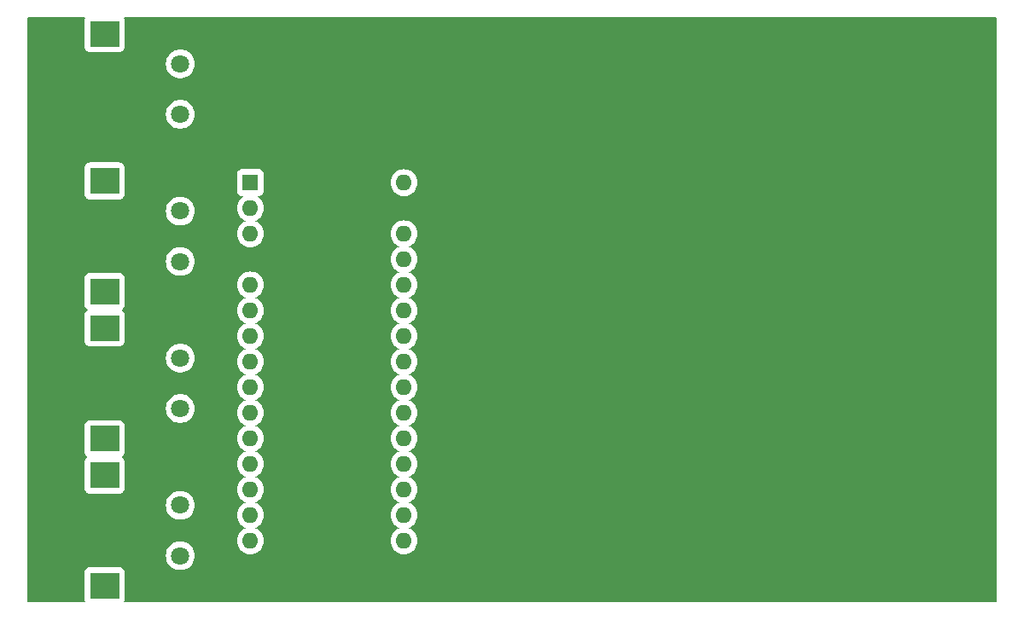
<source format=gbr>
%TF.GenerationSoftware,KiCad,Pcbnew,8.0.2*%
%TF.CreationDate,2024-10-18T13:00:14-07:00*%
%TF.ProjectId,ArmLEDsPrototype,41726d4c-4544-4735-9072-6f746f747970,rev?*%
%TF.SameCoordinates,Original*%
%TF.FileFunction,Copper,L2,Bot*%
%TF.FilePolarity,Positive*%
%FSLAX46Y46*%
G04 Gerber Fmt 4.6, Leading zero omitted, Abs format (unit mm)*
G04 Created by KiCad (PCBNEW 8.0.2) date 2024-10-18 13:00:14*
%MOMM*%
%LPD*%
G01*
G04 APERTURE LIST*
%TA.AperFunction,ComponentPad*%
%ADD10C,1.800000*%
%TD*%
%TA.AperFunction,ComponentPad*%
%ADD11R,2.900000X2.600000*%
%TD*%
%TA.AperFunction,ComponentPad*%
%ADD12R,1.600000X1.600000*%
%TD*%
%TA.AperFunction,ComponentPad*%
%ADD13O,1.600000X1.600000*%
%TD*%
%TA.AperFunction,ViaPad*%
%ADD14C,0.609600*%
%TD*%
%TA.AperFunction,ViaPad*%
%ADD15C,0.600000*%
%TD*%
G04 APERTURE END LIST*
D10*
%TO.P,SW3,A,A*%
%TO.N,/Controller/Input3A*%
X95675000Y-114260000D03*
%TO.P,SW3,B,B*%
%TO.N,/Controller/Input3B*%
X95675000Y-109260000D03*
%TO.P,SW3,C,C*%
%TO.N,GND*%
X95675000Y-111760000D03*
D11*
%TO.P,SW3,S1*%
%TO.N,N/C*%
X88175000Y-117260000D03*
%TO.P,SW3,S2*%
X88175000Y-106260000D03*
%TD*%
D10*
%TO.P,SW1,A,A*%
%TO.N,/Controller/Input1A*%
X95675000Y-85050000D03*
%TO.P,SW1,B,B*%
%TO.N,/Controller/Input1B*%
X95675000Y-80050000D03*
%TO.P,SW1,C,C*%
%TO.N,GND*%
X95675000Y-82550000D03*
D11*
%TO.P,SW1,S1,S1*%
X88175000Y-88050000D03*
%TO.P,SW1,S2,S2*%
%TO.N,/Controller/InputS*%
X88175000Y-77050000D03*
%TD*%
D12*
%TO.P,A1,1,TX1*%
%TO.N,unconnected-(A1-TX1-Pad1)*%
X102630000Y-91825000D03*
D13*
%TO.P,A1,2,RX1*%
%TO.N,/Controller/InputS*%
X102630000Y-94365000D03*
%TO.P,A1,3,~{RESET}*%
%TO.N,unconnected-(A1-~{RESET}-Pad3)*%
X102630000Y-96905000D03*
%TO.P,A1,4,GND*%
%TO.N,GND*%
X102630000Y-99445000D03*
%TO.P,A1,5,D2*%
%TO.N,/Controller/Input1B*%
X102630000Y-101985000D03*
%TO.P,A1,6,D3*%
%TO.N,/Controller/Input1A*%
X102630000Y-104525000D03*
%TO.P,A1,7,D4*%
%TO.N,/Controller/Input2B*%
X102630000Y-107065000D03*
%TO.P,A1,8,D5*%
%TO.N,/Controller/Input2A*%
X102630000Y-109605000D03*
%TO.P,A1,9,D6*%
%TO.N,/Controller/Input3B*%
X102630000Y-112145000D03*
%TO.P,A1,10,D7*%
%TO.N,/Controller/Input3A*%
X102630000Y-114685000D03*
%TO.P,A1,11,D8*%
%TO.N,/Controller/Input4B*%
X102630000Y-117225000D03*
%TO.P,A1,12,D9*%
%TO.N,/Controller/Input4A*%
X102630000Y-119765000D03*
%TO.P,A1,13,D10*%
%TO.N,/LED_S*%
X102630000Y-122305000D03*
%TO.P,A1,14,MOSI*%
%TO.N,unconnected-(A1-MOSI-Pad14)*%
X102630000Y-124845000D03*
%TO.P,A1,15,MISO*%
%TO.N,unconnected-(A1-MISO-Pad15)*%
X102630000Y-127385000D03*
%TO.P,A1,16,SCK*%
%TO.N,unconnected-(A1-SCK-Pad16)*%
X117870000Y-127385000D03*
%TO.P,A1,17,3V3*%
%TO.N,+3.3V*%
X117870000Y-124845000D03*
%TO.P,A1,18,AREF*%
%TO.N,Net-(A1-AREF)*%
X117870000Y-122305000D03*
%TO.P,A1,19,A0*%
%TO.N,Net-(A1-A0)*%
X117870000Y-119765000D03*
%TO.P,A1,20,A1*%
%TO.N,Net-(A1-A1)*%
X117870000Y-117225000D03*
%TO.P,A1,21,A2*%
%TO.N,Net-(A1-A2)*%
X117870000Y-114685000D03*
%TO.P,A1,22,A3*%
%TO.N,Net-(A1-A3)*%
X117870000Y-112145000D03*
%TO.P,A1,23,SDA/A4*%
%TO.N,Net-(A1-SDA{slash}A4)*%
X117870000Y-109605000D03*
%TO.P,A1,24,SCL/A5*%
%TO.N,Net-(A1-SCL{slash}A5)*%
X117870000Y-107065000D03*
%TO.P,A1,25,A6*%
%TO.N,Net-(A1-A6)*%
X117870000Y-104525000D03*
%TO.P,A1,26,A7*%
%TO.N,Net-(A1-A7)*%
X117870000Y-101985000D03*
%TO.P,A1,27,+5V*%
%TO.N,unconnected-(A1-+5V-Pad27)*%
X117870000Y-99445000D03*
%TO.P,A1,28,~{RESET}*%
%TO.N,unconnected-(A1-~{RESET}-Pad28)*%
X117870000Y-96905000D03*
%TO.P,A1,29,GND*%
%TO.N,GND*%
X117870000Y-94365000D03*
%TO.P,A1,30,VIN*%
%TO.N,/5V#3*%
X117870000Y-91825000D03*
%TD*%
D10*
%TO.P,SW4,A,A*%
%TO.N,/Controller/Input4A*%
X95675000Y-128865000D03*
%TO.P,SW4,B,B*%
%TO.N,/Controller/Input4B*%
X95675000Y-123865000D03*
%TO.P,SW4,C,C*%
%TO.N,GND*%
X95675000Y-126365000D03*
D11*
%TO.P,SW4,S1*%
%TO.N,N/C*%
X88175000Y-131865000D03*
%TO.P,SW4,S2*%
X88175000Y-120865000D03*
%TD*%
D10*
%TO.P,SW2,A,A*%
%TO.N,/Controller/Input2A*%
X95675000Y-99655000D03*
%TO.P,SW2,B,B*%
%TO.N,/Controller/Input2B*%
X95675000Y-94655000D03*
%TO.P,SW2,C,C*%
%TO.N,GND*%
X95675000Y-97155000D03*
D11*
%TO.P,SW2,S1*%
%TO.N,N/C*%
X88175000Y-102655000D03*
%TO.P,SW2,S2*%
X88175000Y-91655000D03*
%TD*%
D14*
%TO.N,GND*%
X142875000Y-82042000D03*
D15*
X123952000Y-90297000D03*
X141224000Y-90297000D03*
D14*
X156591000Y-83312000D03*
X127254000Y-82042000D03*
D15*
X125603000Y-82042000D03*
X121666000Y-89789000D03*
X140081000Y-82550000D03*
D14*
X138938000Y-89789000D03*
D15*
X157734000Y-90297000D03*
X123571000Y-82550000D03*
D14*
X123190000Y-89789000D03*
D15*
X156972000Y-90297000D03*
X158623000Y-82042000D03*
D14*
X140081000Y-83312000D03*
D15*
X142113000Y-82042000D03*
D14*
X122428000Y-89789000D03*
X159385000Y-82042000D03*
D15*
X156591000Y-82550000D03*
D14*
X156210000Y-89789000D03*
D15*
X154686000Y-89789000D03*
D14*
X123571000Y-83312000D03*
D15*
X138176000Y-89789000D03*
D14*
X126365000Y-82042000D03*
D15*
X140462000Y-90297000D03*
D14*
X139700000Y-89789000D03*
X143764000Y-82042000D03*
D15*
X124714000Y-90297000D03*
D14*
X155448000Y-89789000D03*
X160274000Y-82042000D03*
%TD*%
%TA.AperFunction,Conductor*%
%TO.N,GND*%
G36*
X86244033Y-75444852D02*
G01*
X86258385Y-75479500D01*
X86254969Y-75497476D01*
X86205324Y-75623363D01*
X86195100Y-75708510D01*
X86195100Y-78391489D01*
X86205324Y-78476636D01*
X86205326Y-78476641D01*
X86258765Y-78612151D01*
X86346781Y-78728219D01*
X86462849Y-78816235D01*
X86598359Y-78869674D01*
X86598362Y-78869674D01*
X86598364Y-78869675D01*
X86598363Y-78869675D01*
X86683511Y-78879900D01*
X86683514Y-78879900D01*
X89666489Y-78879900D01*
X89751636Y-78869675D01*
X89751637Y-78869674D01*
X89751641Y-78869674D01*
X89887151Y-78816235D01*
X90003219Y-78728219D01*
X90091235Y-78612151D01*
X90144674Y-78476641D01*
X90154900Y-78391486D01*
X90154900Y-75708514D01*
X90154900Y-75708510D01*
X90144675Y-75623363D01*
X90144674Y-75623361D01*
X90144674Y-75623359D01*
X90095031Y-75497474D01*
X90095672Y-75459978D01*
X90122639Y-75433916D01*
X90140615Y-75430500D01*
X176615500Y-75430500D01*
X176650148Y-75444852D01*
X176664500Y-75479500D01*
X176664500Y-133435500D01*
X176650148Y-133470148D01*
X176615500Y-133484500D01*
X90140615Y-133484500D01*
X90105967Y-133470148D01*
X90091615Y-133435500D01*
X90095031Y-133417524D01*
X90144674Y-133291641D01*
X90154900Y-133206486D01*
X90154900Y-130523514D01*
X90154900Y-130523510D01*
X90144675Y-130438363D01*
X90144674Y-130438361D01*
X90144674Y-130438359D01*
X90091235Y-130302849D01*
X90003219Y-130186781D01*
X89887151Y-130098765D01*
X89751641Y-130045326D01*
X89751639Y-130045325D01*
X89751635Y-130045324D01*
X89751636Y-130045324D01*
X89666489Y-130035100D01*
X89666486Y-130035100D01*
X86683514Y-130035100D01*
X86683511Y-130035100D01*
X86598363Y-130045324D01*
X86462849Y-130098765D01*
X86346781Y-130186781D01*
X86258765Y-130302849D01*
X86205324Y-130438363D01*
X86195100Y-130523510D01*
X86195100Y-133206489D01*
X86205324Y-133291636D01*
X86254969Y-133417524D01*
X86254328Y-133455022D01*
X86227361Y-133481084D01*
X86209385Y-133484500D01*
X80559500Y-133484500D01*
X80524852Y-133470148D01*
X80510500Y-133435500D01*
X80510500Y-128865000D01*
X94240199Y-128865000D01*
X94259768Y-129101160D01*
X94317941Y-129330881D01*
X94413128Y-129547887D01*
X94413135Y-129547899D01*
X94542738Y-129746271D01*
X94542740Y-129746273D01*
X94703236Y-129920617D01*
X94890238Y-130066167D01*
X94890245Y-130066171D01*
X94890247Y-130066172D01*
X95098639Y-130178948D01*
X95098641Y-130178948D01*
X95098647Y-130178952D01*
X95322777Y-130255896D01*
X95556515Y-130294900D01*
X95556518Y-130294900D01*
X95793482Y-130294900D01*
X95793485Y-130294900D01*
X96027223Y-130255896D01*
X96251353Y-130178952D01*
X96459762Y-130066167D01*
X96646764Y-129920617D01*
X96807260Y-129746273D01*
X96936870Y-129547890D01*
X97032060Y-129330879D01*
X97090232Y-129101160D01*
X97109801Y-128865000D01*
X97090232Y-128628840D01*
X97032060Y-128399121D01*
X96936870Y-128182110D01*
X96936868Y-128182107D01*
X96936864Y-128182100D01*
X96807261Y-127983728D01*
X96646767Y-127809386D01*
X96646766Y-127809385D01*
X96646764Y-127809383D01*
X96459762Y-127663833D01*
X96459759Y-127663831D01*
X96459752Y-127663827D01*
X96251360Y-127551051D01*
X96251354Y-127551048D01*
X96251353Y-127551048D01*
X96233392Y-127544882D01*
X96027224Y-127474104D01*
X95968788Y-127464353D01*
X95793485Y-127435100D01*
X95556515Y-127435100D01*
X95416272Y-127458502D01*
X95322775Y-127474104D01*
X95098649Y-127551047D01*
X95098639Y-127551051D01*
X94890247Y-127663827D01*
X94890239Y-127663832D01*
X94703232Y-127809386D01*
X94542738Y-127983728D01*
X94413135Y-128182100D01*
X94413128Y-128182112D01*
X94317941Y-128399118D01*
X94259768Y-128628839D01*
X94240199Y-128865000D01*
X80510500Y-128865000D01*
X80510500Y-123865000D01*
X94240199Y-123865000D01*
X94259768Y-124101160D01*
X94279102Y-124177511D01*
X94317941Y-124330881D01*
X94413128Y-124547887D01*
X94413135Y-124547899D01*
X94542738Y-124746271D01*
X94542740Y-124746273D01*
X94703236Y-124920617D01*
X94890238Y-125066167D01*
X94890245Y-125066171D01*
X94890247Y-125066172D01*
X95098639Y-125178948D01*
X95098641Y-125178948D01*
X95098647Y-125178952D01*
X95322777Y-125255896D01*
X95556515Y-125294900D01*
X95556518Y-125294900D01*
X95793482Y-125294900D01*
X95793485Y-125294900D01*
X96027223Y-125255896D01*
X96251353Y-125178952D01*
X96459762Y-125066167D01*
X96646764Y-124920617D01*
X96807260Y-124746273D01*
X96936870Y-124547890D01*
X97032060Y-124330879D01*
X97090232Y-124101160D01*
X97109801Y-123865000D01*
X97090232Y-123628840D01*
X97032060Y-123399121D01*
X96936870Y-123182110D01*
X96936868Y-123182107D01*
X96936864Y-123182100D01*
X96807261Y-122983728D01*
X96646767Y-122809386D01*
X96646766Y-122809385D01*
X96646764Y-122809383D01*
X96459762Y-122663833D01*
X96459759Y-122663831D01*
X96459752Y-122663827D01*
X96251360Y-122551051D01*
X96251354Y-122551048D01*
X96251353Y-122551048D01*
X96209900Y-122536817D01*
X96027224Y-122474104D01*
X95968788Y-122464353D01*
X95793485Y-122435100D01*
X95556515Y-122435100D01*
X95416272Y-122458502D01*
X95322775Y-122474104D01*
X95098649Y-122551047D01*
X95098639Y-122551051D01*
X94890247Y-122663827D01*
X94890239Y-122663832D01*
X94703232Y-122809386D01*
X94542738Y-122983728D01*
X94413135Y-123182100D01*
X94413128Y-123182112D01*
X94317941Y-123399118D01*
X94269470Y-123590529D01*
X94259768Y-123628840D01*
X94240199Y-123865000D01*
X80510500Y-123865000D01*
X80510500Y-115918510D01*
X86195100Y-115918510D01*
X86195100Y-118601489D01*
X86205324Y-118686636D01*
X86205326Y-118686641D01*
X86258765Y-118822151D01*
X86346781Y-118938219D01*
X86380199Y-118963560D01*
X86459184Y-119023457D01*
X86478120Y-119055828D01*
X86468619Y-119092108D01*
X86459184Y-119101543D01*
X86346783Y-119186779D01*
X86258765Y-119302849D01*
X86205324Y-119438363D01*
X86195100Y-119523510D01*
X86195100Y-122206489D01*
X86205324Y-122291636D01*
X86205326Y-122291641D01*
X86258765Y-122427151D01*
X86346781Y-122543219D01*
X86462849Y-122631235D01*
X86598359Y-122684674D01*
X86598362Y-122684674D01*
X86598364Y-122684675D01*
X86598363Y-122684675D01*
X86683511Y-122694900D01*
X86683514Y-122694900D01*
X89666489Y-122694900D01*
X89751636Y-122684675D01*
X89751637Y-122684674D01*
X89751641Y-122684674D01*
X89887151Y-122631235D01*
X90003219Y-122543219D01*
X90091235Y-122427151D01*
X90144674Y-122291641D01*
X90154900Y-122206486D01*
X90154900Y-119523514D01*
X90154900Y-119523510D01*
X90144675Y-119438363D01*
X90144674Y-119438361D01*
X90144674Y-119438359D01*
X90091235Y-119302849D01*
X90003219Y-119186781D01*
X89890814Y-119101543D01*
X89871879Y-119069172D01*
X89881379Y-119032892D01*
X89890814Y-119023457D01*
X90003219Y-118938219D01*
X90091235Y-118822151D01*
X90144674Y-118686641D01*
X90154013Y-118608878D01*
X90154900Y-118601489D01*
X90154900Y-115918510D01*
X90144675Y-115833363D01*
X90144674Y-115833361D01*
X90144674Y-115833359D01*
X90091235Y-115697849D01*
X90003219Y-115581781D01*
X89887151Y-115493765D01*
X89751641Y-115440326D01*
X89751639Y-115440325D01*
X89751635Y-115440324D01*
X89751636Y-115440324D01*
X89666489Y-115430100D01*
X89666486Y-115430100D01*
X86683514Y-115430100D01*
X86683511Y-115430100D01*
X86598363Y-115440324D01*
X86462849Y-115493765D01*
X86346781Y-115581781D01*
X86258765Y-115697849D01*
X86205324Y-115833363D01*
X86195100Y-115918510D01*
X80510500Y-115918510D01*
X80510500Y-114260000D01*
X94240199Y-114260000D01*
X94259768Y-114496160D01*
X94307588Y-114685000D01*
X94317941Y-114725881D01*
X94413128Y-114942887D01*
X94413135Y-114942899D01*
X94542738Y-115141271D01*
X94542740Y-115141273D01*
X94703236Y-115315617D01*
X94890238Y-115461167D01*
X94890245Y-115461171D01*
X94890247Y-115461172D01*
X95098639Y-115573948D01*
X95098641Y-115573948D01*
X95098647Y-115573952D01*
X95322777Y-115650896D01*
X95556515Y-115689900D01*
X95556518Y-115689900D01*
X95793482Y-115689900D01*
X95793485Y-115689900D01*
X96027223Y-115650896D01*
X96251353Y-115573952D01*
X96459762Y-115461167D01*
X96646764Y-115315617D01*
X96807260Y-115141273D01*
X96936870Y-114942890D01*
X97032060Y-114725879D01*
X97090232Y-114496160D01*
X97109801Y-114260000D01*
X97090232Y-114023840D01*
X97032060Y-113794121D01*
X96936870Y-113577110D01*
X96936868Y-113577107D01*
X96936864Y-113577100D01*
X96807261Y-113378728D01*
X96646767Y-113204386D01*
X96646766Y-113204385D01*
X96646764Y-113204383D01*
X96459762Y-113058833D01*
X96459759Y-113058831D01*
X96459752Y-113058827D01*
X96251360Y-112946051D01*
X96251354Y-112946048D01*
X96251353Y-112946048D01*
X96233392Y-112939882D01*
X96027224Y-112869104D01*
X95968788Y-112859353D01*
X95793485Y-112830100D01*
X95556515Y-112830100D01*
X95416272Y-112853502D01*
X95322775Y-112869104D01*
X95098649Y-112946047D01*
X95098639Y-112946051D01*
X94890247Y-113058827D01*
X94890239Y-113058832D01*
X94703232Y-113204386D01*
X94542738Y-113378728D01*
X94413135Y-113577100D01*
X94413128Y-113577112D01*
X94317941Y-113794118D01*
X94317940Y-113794121D01*
X94289616Y-113905970D01*
X94261371Y-114017511D01*
X94259768Y-114023840D01*
X94240199Y-114260000D01*
X80510500Y-114260000D01*
X80510500Y-109260000D01*
X94240199Y-109260000D01*
X94259768Y-109496160D01*
X94317941Y-109725881D01*
X94413128Y-109942887D01*
X94413135Y-109942899D01*
X94542738Y-110141271D01*
X94663543Y-110272500D01*
X94703236Y-110315617D01*
X94890238Y-110461167D01*
X94890245Y-110461171D01*
X94890247Y-110461172D01*
X95098639Y-110573948D01*
X95098641Y-110573948D01*
X95098647Y-110573952D01*
X95322777Y-110650896D01*
X95556515Y-110689900D01*
X95556518Y-110689900D01*
X95793482Y-110689900D01*
X95793485Y-110689900D01*
X96027223Y-110650896D01*
X96251353Y-110573952D01*
X96459762Y-110461167D01*
X96646764Y-110315617D01*
X96807260Y-110141273D01*
X96936870Y-109942890D01*
X97032060Y-109725879D01*
X97090232Y-109496160D01*
X97109801Y-109260000D01*
X97090232Y-109023840D01*
X97032060Y-108794121D01*
X96936870Y-108577110D01*
X96936868Y-108577107D01*
X96936864Y-108577100D01*
X96807261Y-108378728D01*
X96646767Y-108204386D01*
X96646766Y-108204385D01*
X96646764Y-108204383D01*
X96459762Y-108058833D01*
X96459759Y-108058831D01*
X96459752Y-108058827D01*
X96251360Y-107946051D01*
X96251354Y-107946048D01*
X96251353Y-107946048D01*
X96184517Y-107923103D01*
X96027224Y-107869104D01*
X95968788Y-107859353D01*
X95793485Y-107830100D01*
X95556515Y-107830100D01*
X95416272Y-107853502D01*
X95322775Y-107869104D01*
X95098649Y-107946047D01*
X95098639Y-107946051D01*
X94890247Y-108058827D01*
X94890239Y-108058832D01*
X94703232Y-108204386D01*
X94542738Y-108378728D01*
X94413135Y-108577100D01*
X94413128Y-108577112D01*
X94317941Y-108794118D01*
X94259768Y-109023839D01*
X94240199Y-109260000D01*
X80510500Y-109260000D01*
X80510500Y-101313510D01*
X86195100Y-101313510D01*
X86195100Y-103996489D01*
X86205324Y-104081636D01*
X86205326Y-104081641D01*
X86258765Y-104217151D01*
X86346781Y-104333219D01*
X86380199Y-104358560D01*
X86459184Y-104418457D01*
X86478120Y-104450828D01*
X86468619Y-104487108D01*
X86459184Y-104496543D01*
X86346783Y-104581779D01*
X86258765Y-104697849D01*
X86205324Y-104833363D01*
X86195100Y-104918510D01*
X86195100Y-107601489D01*
X86205324Y-107686636D01*
X86205326Y-107686641D01*
X86258765Y-107822151D01*
X86346781Y-107938219D01*
X86462849Y-108026235D01*
X86598359Y-108079674D01*
X86598362Y-108079674D01*
X86598364Y-108079675D01*
X86598363Y-108079675D01*
X86683511Y-108089900D01*
X86683514Y-108089900D01*
X89666489Y-108089900D01*
X89751636Y-108079675D01*
X89751637Y-108079674D01*
X89751641Y-108079674D01*
X89887151Y-108026235D01*
X90003219Y-107938219D01*
X90091235Y-107822151D01*
X90144674Y-107686641D01*
X90154900Y-107601486D01*
X90154900Y-104918514D01*
X90154900Y-104918510D01*
X90144675Y-104833363D01*
X90144674Y-104833361D01*
X90144674Y-104833359D01*
X90091235Y-104697849D01*
X90003219Y-104581781D01*
X89890814Y-104496543D01*
X89871879Y-104464172D01*
X89881379Y-104427892D01*
X89890814Y-104418457D01*
X90003219Y-104333219D01*
X90091235Y-104217151D01*
X90144674Y-104081641D01*
X90154900Y-103996486D01*
X90154900Y-101985000D01*
X101295020Y-101985000D01*
X101315301Y-102216819D01*
X101315302Y-102216825D01*
X101375526Y-102441582D01*
X101375528Y-102441587D01*
X101473871Y-102652488D01*
X101473878Y-102652500D01*
X101607341Y-102843103D01*
X101607347Y-102843110D01*
X101771889Y-103007652D01*
X101771896Y-103007658D01*
X101962499Y-103141121D01*
X101962511Y-103141128D01*
X102111476Y-103210591D01*
X102136813Y-103238241D01*
X102135177Y-103275708D01*
X102111476Y-103299409D01*
X101962511Y-103368871D01*
X101962499Y-103368878D01*
X101771896Y-103502341D01*
X101771889Y-103502347D01*
X101607347Y-103666889D01*
X101607341Y-103666896D01*
X101473878Y-103857499D01*
X101473871Y-103857511D01*
X101375528Y-104068412D01*
X101375526Y-104068417D01*
X101315302Y-104293174D01*
X101315301Y-104293180D01*
X101295020Y-104525000D01*
X101315301Y-104756819D01*
X101315302Y-104756825D01*
X101375526Y-104981582D01*
X101375528Y-104981587D01*
X101473871Y-105192488D01*
X101473878Y-105192500D01*
X101607341Y-105383103D01*
X101607347Y-105383110D01*
X101771889Y-105547652D01*
X101771896Y-105547658D01*
X101962499Y-105681121D01*
X101962511Y-105681128D01*
X102111476Y-105750591D01*
X102136813Y-105778241D01*
X102135177Y-105815708D01*
X102111476Y-105839409D01*
X101962511Y-105908871D01*
X101962499Y-105908878D01*
X101771896Y-106042341D01*
X101771889Y-106042347D01*
X101607347Y-106206889D01*
X101607341Y-106206896D01*
X101473878Y-106397499D01*
X101473871Y-106397511D01*
X101375528Y-106608412D01*
X101375526Y-106608417D01*
X101315302Y-106833174D01*
X101315301Y-106833180D01*
X101295020Y-107065000D01*
X101315301Y-107296819D01*
X101315302Y-107296825D01*
X101375526Y-107521582D01*
X101375528Y-107521587D01*
X101473871Y-107732488D01*
X101473878Y-107732500D01*
X101607341Y-107923103D01*
X101607347Y-107923110D01*
X101771889Y-108087652D01*
X101771896Y-108087658D01*
X101962499Y-108221121D01*
X101962511Y-108221128D01*
X102111476Y-108290591D01*
X102136813Y-108318241D01*
X102135177Y-108355708D01*
X102111476Y-108379409D01*
X101962511Y-108448871D01*
X101962499Y-108448878D01*
X101771896Y-108582341D01*
X101771889Y-108582347D01*
X101607347Y-108746889D01*
X101607341Y-108746896D01*
X101473878Y-108937499D01*
X101473871Y-108937511D01*
X101375528Y-109148412D01*
X101375526Y-109148417D01*
X101315302Y-109373174D01*
X101315301Y-109373180D01*
X101295020Y-109605000D01*
X101315301Y-109836819D01*
X101315302Y-109836825D01*
X101375526Y-110061582D01*
X101375528Y-110061587D01*
X101473871Y-110272488D01*
X101473878Y-110272500D01*
X101607341Y-110463103D01*
X101607347Y-110463110D01*
X101771889Y-110627652D01*
X101771896Y-110627658D01*
X101962499Y-110761121D01*
X101962511Y-110761128D01*
X102111476Y-110830591D01*
X102136813Y-110858241D01*
X102135177Y-110895708D01*
X102111476Y-110919409D01*
X101962511Y-110988871D01*
X101962499Y-110988878D01*
X101771896Y-111122341D01*
X101771889Y-111122347D01*
X101607347Y-111286889D01*
X101607341Y-111286896D01*
X101473878Y-111477499D01*
X101473871Y-111477511D01*
X101375528Y-111688412D01*
X101375526Y-111688417D01*
X101315302Y-111913174D01*
X101315301Y-111913180D01*
X101295020Y-112145000D01*
X101315301Y-112376819D01*
X101315302Y-112376825D01*
X101375526Y-112601582D01*
X101375528Y-112601587D01*
X101473871Y-112812488D01*
X101473878Y-112812500D01*
X101607341Y-113003103D01*
X101607347Y-113003110D01*
X101771889Y-113167652D01*
X101771896Y-113167658D01*
X101962499Y-113301121D01*
X101962511Y-113301128D01*
X102111476Y-113370591D01*
X102136813Y-113398241D01*
X102135177Y-113435708D01*
X102111476Y-113459409D01*
X101962511Y-113528871D01*
X101962499Y-113528878D01*
X101771896Y-113662341D01*
X101771889Y-113662347D01*
X101607347Y-113826889D01*
X101607341Y-113826896D01*
X101473878Y-114017499D01*
X101473871Y-114017511D01*
X101375528Y-114228412D01*
X101375526Y-114228417D01*
X101315302Y-114453174D01*
X101315301Y-114453180D01*
X101295020Y-114685000D01*
X101315301Y-114916819D01*
X101315302Y-114916825D01*
X101375526Y-115141582D01*
X101375528Y-115141587D01*
X101473871Y-115352488D01*
X101473878Y-115352500D01*
X101607341Y-115543103D01*
X101607347Y-115543110D01*
X101771889Y-115707652D01*
X101771896Y-115707658D01*
X101962499Y-115841121D01*
X101962511Y-115841128D01*
X102111476Y-115910591D01*
X102136813Y-115938241D01*
X102135177Y-115975708D01*
X102111476Y-115999409D01*
X101962511Y-116068871D01*
X101962499Y-116068878D01*
X101771896Y-116202341D01*
X101771889Y-116202347D01*
X101607347Y-116366889D01*
X101607341Y-116366896D01*
X101473878Y-116557499D01*
X101473871Y-116557511D01*
X101375528Y-116768412D01*
X101375526Y-116768417D01*
X101315302Y-116993174D01*
X101315301Y-116993180D01*
X101295020Y-117225000D01*
X101315301Y-117456819D01*
X101315302Y-117456825D01*
X101375526Y-117681582D01*
X101375528Y-117681587D01*
X101473871Y-117892488D01*
X101473878Y-117892500D01*
X101607341Y-118083103D01*
X101607347Y-118083110D01*
X101771889Y-118247652D01*
X101771896Y-118247658D01*
X101962499Y-118381121D01*
X101962511Y-118381128D01*
X102111476Y-118450591D01*
X102136813Y-118478241D01*
X102135177Y-118515708D01*
X102111476Y-118539409D01*
X101962511Y-118608871D01*
X101962499Y-118608878D01*
X101771896Y-118742341D01*
X101771889Y-118742347D01*
X101607347Y-118906889D01*
X101607341Y-118906896D01*
X101473878Y-119097499D01*
X101473871Y-119097511D01*
X101375528Y-119308412D01*
X101375526Y-119308417D01*
X101315302Y-119533174D01*
X101315301Y-119533180D01*
X101295020Y-119765000D01*
X101315301Y-119996819D01*
X101315302Y-119996825D01*
X101375526Y-120221582D01*
X101375528Y-120221587D01*
X101473871Y-120432488D01*
X101473878Y-120432500D01*
X101607341Y-120623103D01*
X101607347Y-120623110D01*
X101771889Y-120787652D01*
X101771896Y-120787658D01*
X101962499Y-120921121D01*
X101962511Y-120921128D01*
X102111476Y-120990591D01*
X102136813Y-121018241D01*
X102135177Y-121055708D01*
X102111476Y-121079409D01*
X101962511Y-121148871D01*
X101962499Y-121148878D01*
X101771896Y-121282341D01*
X101771889Y-121282347D01*
X101607347Y-121446889D01*
X101607341Y-121446896D01*
X101473878Y-121637499D01*
X101473871Y-121637511D01*
X101375528Y-121848412D01*
X101375526Y-121848417D01*
X101315302Y-122073174D01*
X101315301Y-122073180D01*
X101295020Y-122305000D01*
X101315301Y-122536819D01*
X101315302Y-122536825D01*
X101375526Y-122761582D01*
X101375528Y-122761587D01*
X101473871Y-122972488D01*
X101473878Y-122972500D01*
X101607341Y-123163103D01*
X101607347Y-123163110D01*
X101771889Y-123327652D01*
X101771896Y-123327658D01*
X101962499Y-123461121D01*
X101962511Y-123461128D01*
X102111476Y-123530591D01*
X102136813Y-123558241D01*
X102135177Y-123595708D01*
X102111476Y-123619409D01*
X101962511Y-123688871D01*
X101962499Y-123688878D01*
X101771896Y-123822341D01*
X101771889Y-123822347D01*
X101607347Y-123986889D01*
X101607341Y-123986896D01*
X101473878Y-124177499D01*
X101473871Y-124177511D01*
X101375528Y-124388412D01*
X101375526Y-124388417D01*
X101315302Y-124613174D01*
X101315301Y-124613180D01*
X101295020Y-124845000D01*
X101315301Y-125076819D01*
X101315302Y-125076825D01*
X101375526Y-125301582D01*
X101375528Y-125301587D01*
X101473871Y-125512488D01*
X101473878Y-125512500D01*
X101607341Y-125703103D01*
X101607347Y-125703110D01*
X101771889Y-125867652D01*
X101771896Y-125867658D01*
X101962499Y-126001121D01*
X101962511Y-126001128D01*
X102111476Y-126070591D01*
X102136813Y-126098241D01*
X102135177Y-126135708D01*
X102111476Y-126159409D01*
X101962511Y-126228871D01*
X101962499Y-126228878D01*
X101771896Y-126362341D01*
X101771889Y-126362347D01*
X101607347Y-126526889D01*
X101607341Y-126526896D01*
X101473878Y-126717499D01*
X101473871Y-126717511D01*
X101375528Y-126928412D01*
X101375526Y-126928417D01*
X101315302Y-127153174D01*
X101315301Y-127153180D01*
X101295020Y-127385000D01*
X101315301Y-127616819D01*
X101315302Y-127616825D01*
X101375526Y-127841582D01*
X101375528Y-127841587D01*
X101473871Y-128052488D01*
X101473878Y-128052500D01*
X101607341Y-128243103D01*
X101607347Y-128243110D01*
X101771889Y-128407652D01*
X101771896Y-128407658D01*
X101962499Y-128541121D01*
X101962511Y-128541128D01*
X102039272Y-128576922D01*
X102173410Y-128639471D01*
X102173416Y-128639472D01*
X102173417Y-128639473D01*
X102398174Y-128699697D01*
X102398178Y-128699697D01*
X102398183Y-128699699D01*
X102630000Y-128719980D01*
X102861817Y-128699699D01*
X102861823Y-128699697D01*
X102861825Y-128699697D01*
X102974203Y-128669585D01*
X103086590Y-128639471D01*
X103297490Y-128541127D01*
X103297491Y-128541126D01*
X103297500Y-128541121D01*
X103488103Y-128407658D01*
X103488109Y-128407654D01*
X103652654Y-128243109D01*
X103695373Y-128182100D01*
X103786121Y-128052500D01*
X103786128Y-128052488D01*
X103818191Y-127983728D01*
X103884471Y-127841590D01*
X103944699Y-127616817D01*
X103964980Y-127385000D01*
X103944699Y-127153183D01*
X103884471Y-126928410D01*
X103821922Y-126794272D01*
X103786128Y-126717511D01*
X103786121Y-126717499D01*
X103652658Y-126526896D01*
X103652652Y-126526889D01*
X103488110Y-126362347D01*
X103488103Y-126362341D01*
X103297500Y-126228878D01*
X103297488Y-126228871D01*
X103176932Y-126172656D01*
X103148522Y-126159408D01*
X103123186Y-126131759D01*
X103124822Y-126094292D01*
X103148522Y-126070591D01*
X103297490Y-126001127D01*
X103297491Y-126001126D01*
X103297500Y-126001121D01*
X103488103Y-125867658D01*
X103488109Y-125867654D01*
X103652654Y-125703109D01*
X103674978Y-125671225D01*
X103786121Y-125512500D01*
X103786128Y-125512488D01*
X103790647Y-125502795D01*
X103884471Y-125301590D01*
X103944699Y-125076817D01*
X103964980Y-124845000D01*
X103944699Y-124613183D01*
X103884471Y-124388410D01*
X103821922Y-124254272D01*
X103786128Y-124177511D01*
X103786121Y-124177499D01*
X103652658Y-123986896D01*
X103652652Y-123986889D01*
X103488110Y-123822347D01*
X103488103Y-123822341D01*
X103297500Y-123688878D01*
X103297488Y-123688871D01*
X103168746Y-123628839D01*
X103148522Y-123619408D01*
X103123186Y-123591759D01*
X103124822Y-123554292D01*
X103148522Y-123530591D01*
X103297490Y-123461127D01*
X103297491Y-123461126D01*
X103297500Y-123461121D01*
X103488103Y-123327658D01*
X103488109Y-123327654D01*
X103652654Y-123163109D01*
X103674978Y-123131225D01*
X103786121Y-122972500D01*
X103786128Y-122972488D01*
X103790647Y-122962795D01*
X103884471Y-122761590D01*
X103944699Y-122536817D01*
X103964980Y-122305000D01*
X103944699Y-122073183D01*
X103884471Y-121848410D01*
X103821922Y-121714272D01*
X103786128Y-121637511D01*
X103786121Y-121637499D01*
X103652658Y-121446896D01*
X103652652Y-121446889D01*
X103488110Y-121282347D01*
X103488103Y-121282341D01*
X103297500Y-121148878D01*
X103297488Y-121148871D01*
X103176932Y-121092656D01*
X103148522Y-121079408D01*
X103123186Y-121051759D01*
X103124822Y-121014292D01*
X103148522Y-120990591D01*
X103297490Y-120921127D01*
X103297491Y-120921126D01*
X103297500Y-120921121D01*
X103488103Y-120787658D01*
X103488109Y-120787654D01*
X103652654Y-120623109D01*
X103674978Y-120591225D01*
X103786121Y-120432500D01*
X103786128Y-120432488D01*
X103790647Y-120422795D01*
X103884471Y-120221590D01*
X103944699Y-119996817D01*
X103964980Y-119765000D01*
X103944699Y-119533183D01*
X103942108Y-119523514D01*
X103884473Y-119308417D01*
X103884472Y-119308416D01*
X103884471Y-119308410D01*
X103821922Y-119174272D01*
X103786128Y-119097511D01*
X103786121Y-119097499D01*
X103652658Y-118906896D01*
X103652652Y-118906889D01*
X103488110Y-118742347D01*
X103488103Y-118742341D01*
X103297500Y-118608878D01*
X103297488Y-118608871D01*
X103176932Y-118552656D01*
X103148522Y-118539408D01*
X103123186Y-118511759D01*
X103124822Y-118474292D01*
X103148522Y-118450591D01*
X103297490Y-118381127D01*
X103297491Y-118381126D01*
X103297500Y-118381121D01*
X103488103Y-118247658D01*
X103488109Y-118247654D01*
X103652654Y-118083109D01*
X103674978Y-118051225D01*
X103786121Y-117892500D01*
X103786128Y-117892488D01*
X103790647Y-117882795D01*
X103884471Y-117681590D01*
X103944699Y-117456817D01*
X103964980Y-117225000D01*
X103944699Y-116993183D01*
X103884471Y-116768410D01*
X103821922Y-116634272D01*
X103786128Y-116557511D01*
X103786121Y-116557499D01*
X103652658Y-116366896D01*
X103652652Y-116366889D01*
X103488110Y-116202347D01*
X103488103Y-116202341D01*
X103297500Y-116068878D01*
X103297488Y-116068871D01*
X103176932Y-116012656D01*
X103148522Y-115999408D01*
X103123186Y-115971759D01*
X103124822Y-115934292D01*
X103148522Y-115910591D01*
X103297490Y-115841127D01*
X103297491Y-115841126D01*
X103297500Y-115841121D01*
X103488103Y-115707658D01*
X103488109Y-115707654D01*
X103652654Y-115543109D01*
X103710027Y-115461172D01*
X103786121Y-115352500D01*
X103786128Y-115352488D01*
X103803323Y-115315613D01*
X103884471Y-115141590D01*
X103944699Y-114916817D01*
X103964980Y-114685000D01*
X103944699Y-114453183D01*
X103884471Y-114228410D01*
X103789079Y-114023840D01*
X103786128Y-114017511D01*
X103786121Y-114017499D01*
X103652658Y-113826896D01*
X103652652Y-113826889D01*
X103488110Y-113662347D01*
X103488103Y-113662341D01*
X103297500Y-113528878D01*
X103297488Y-113528871D01*
X103176932Y-113472656D01*
X103148522Y-113459408D01*
X103123186Y-113431759D01*
X103124822Y-113394292D01*
X103148522Y-113370591D01*
X103297490Y-113301127D01*
X103297491Y-113301126D01*
X103297500Y-113301121D01*
X103488103Y-113167658D01*
X103488109Y-113167654D01*
X103652654Y-113003109D01*
X103674978Y-112971225D01*
X103786121Y-112812500D01*
X103786128Y-112812488D01*
X103790647Y-112802795D01*
X103884471Y-112601590D01*
X103944699Y-112376817D01*
X103964980Y-112145000D01*
X103944699Y-111913183D01*
X103884471Y-111688410D01*
X103821922Y-111554272D01*
X103786128Y-111477511D01*
X103786121Y-111477499D01*
X103652658Y-111286896D01*
X103652652Y-111286889D01*
X103488110Y-111122347D01*
X103488103Y-111122341D01*
X103297500Y-110988878D01*
X103297488Y-110988871D01*
X103176932Y-110932656D01*
X103148522Y-110919408D01*
X103123186Y-110891759D01*
X103124822Y-110854292D01*
X103148522Y-110830591D01*
X103297490Y-110761127D01*
X103297491Y-110761126D01*
X103297500Y-110761121D01*
X103488103Y-110627658D01*
X103488109Y-110627654D01*
X103652654Y-110463109D01*
X103674978Y-110431225D01*
X103786121Y-110272500D01*
X103786128Y-110272488D01*
X103790647Y-110262795D01*
X103884471Y-110061590D01*
X103944699Y-109836817D01*
X103964980Y-109605000D01*
X103944699Y-109373183D01*
X103884471Y-109148410D01*
X103821922Y-109014272D01*
X103786128Y-108937511D01*
X103786121Y-108937499D01*
X103652658Y-108746896D01*
X103652652Y-108746889D01*
X103488110Y-108582347D01*
X103488103Y-108582341D01*
X103297500Y-108448878D01*
X103297488Y-108448871D01*
X103176932Y-108392656D01*
X103148522Y-108379408D01*
X103123186Y-108351759D01*
X103124822Y-108314292D01*
X103148522Y-108290591D01*
X103297490Y-108221127D01*
X103297491Y-108221126D01*
X103297500Y-108221121D01*
X103488103Y-108087658D01*
X103488109Y-108087654D01*
X103652654Y-107923109D01*
X103723346Y-107822151D01*
X103786121Y-107732500D01*
X103786128Y-107732488D01*
X103790647Y-107722795D01*
X103884471Y-107521590D01*
X103944699Y-107296817D01*
X103964980Y-107065000D01*
X103944699Y-106833183D01*
X103884471Y-106608410D01*
X103821922Y-106474272D01*
X103786128Y-106397511D01*
X103786121Y-106397499D01*
X103652658Y-106206896D01*
X103652652Y-106206889D01*
X103488110Y-106042347D01*
X103488103Y-106042341D01*
X103297500Y-105908878D01*
X103297488Y-105908871D01*
X103176932Y-105852656D01*
X103148522Y-105839408D01*
X103123186Y-105811759D01*
X103124822Y-105774292D01*
X103148522Y-105750591D01*
X103297490Y-105681127D01*
X103297491Y-105681126D01*
X103297500Y-105681121D01*
X103488103Y-105547658D01*
X103488109Y-105547654D01*
X103652654Y-105383109D01*
X103674978Y-105351225D01*
X103786121Y-105192500D01*
X103786128Y-105192488D01*
X103790647Y-105182795D01*
X103884471Y-104981590D01*
X103914585Y-104869203D01*
X103944697Y-104756825D01*
X103944698Y-104756819D01*
X103944699Y-104756817D01*
X103964980Y-104525000D01*
X103944699Y-104293183D01*
X103924326Y-104217151D01*
X103884473Y-104068417D01*
X103884472Y-104068416D01*
X103884471Y-104068410D01*
X103821922Y-103934272D01*
X103786128Y-103857511D01*
X103786121Y-103857499D01*
X103652658Y-103666896D01*
X103652652Y-103666889D01*
X103488110Y-103502347D01*
X103488103Y-103502341D01*
X103297500Y-103368878D01*
X103297488Y-103368871D01*
X103176932Y-103312656D01*
X103148522Y-103299408D01*
X103123186Y-103271759D01*
X103124822Y-103234292D01*
X103148522Y-103210591D01*
X103297490Y-103141127D01*
X103297491Y-103141126D01*
X103297500Y-103141121D01*
X103488103Y-103007658D01*
X103488109Y-103007654D01*
X103652654Y-102843109D01*
X103674978Y-102811225D01*
X103786121Y-102652500D01*
X103786128Y-102652488D01*
X103790647Y-102642795D01*
X103884471Y-102441590D01*
X103944699Y-102216817D01*
X103964980Y-101985000D01*
X103944699Y-101753183D01*
X103884471Y-101528410D01*
X103821922Y-101394272D01*
X103786128Y-101317511D01*
X103786121Y-101317499D01*
X103652658Y-101126896D01*
X103652652Y-101126889D01*
X103488110Y-100962347D01*
X103488103Y-100962341D01*
X103297500Y-100828878D01*
X103297488Y-100828871D01*
X103097696Y-100735708D01*
X103086590Y-100730529D01*
X103086587Y-100730528D01*
X103086582Y-100730526D01*
X102861825Y-100670302D01*
X102861819Y-100670301D01*
X102630000Y-100650020D01*
X102398180Y-100670301D01*
X102398174Y-100670302D01*
X102173417Y-100730526D01*
X102173412Y-100730528D01*
X101962511Y-100828871D01*
X101962499Y-100828878D01*
X101771896Y-100962341D01*
X101771889Y-100962347D01*
X101607347Y-101126889D01*
X101607341Y-101126896D01*
X101473878Y-101317499D01*
X101473871Y-101317511D01*
X101375528Y-101528412D01*
X101375526Y-101528417D01*
X101315302Y-101753174D01*
X101315301Y-101753180D01*
X101295020Y-101985000D01*
X90154900Y-101985000D01*
X90154900Y-101313514D01*
X90154900Y-101313510D01*
X90144675Y-101228363D01*
X90144674Y-101228361D01*
X90144674Y-101228359D01*
X90091235Y-101092849D01*
X90003219Y-100976781D01*
X89887151Y-100888765D01*
X89751641Y-100835326D01*
X89751639Y-100835325D01*
X89751635Y-100835324D01*
X89751636Y-100835324D01*
X89666489Y-100825100D01*
X89666486Y-100825100D01*
X86683514Y-100825100D01*
X86683511Y-100825100D01*
X86598363Y-100835324D01*
X86462849Y-100888765D01*
X86346781Y-100976781D01*
X86258765Y-101092849D01*
X86205324Y-101228363D01*
X86195100Y-101313510D01*
X80510500Y-101313510D01*
X80510500Y-99655000D01*
X94240199Y-99655000D01*
X94259768Y-99891160D01*
X94315818Y-100112500D01*
X94317941Y-100120881D01*
X94413128Y-100337887D01*
X94413135Y-100337899D01*
X94542738Y-100536271D01*
X94688207Y-100694292D01*
X94703236Y-100710617D01*
X94890238Y-100856167D01*
X94890245Y-100856171D01*
X94890247Y-100856172D01*
X95098639Y-100968948D01*
X95098641Y-100968948D01*
X95098647Y-100968952D01*
X95322777Y-101045896D01*
X95556515Y-101084900D01*
X95556518Y-101084900D01*
X95793482Y-101084900D01*
X95793485Y-101084900D01*
X96027223Y-101045896D01*
X96251353Y-100968952D01*
X96459762Y-100856167D01*
X96646764Y-100710617D01*
X96807260Y-100536273D01*
X96936870Y-100337890D01*
X97032060Y-100120879D01*
X97090232Y-99891160D01*
X97109801Y-99655000D01*
X97090232Y-99418840D01*
X97032060Y-99189121D01*
X96936870Y-98972110D01*
X96936868Y-98972107D01*
X96936864Y-98972100D01*
X96807261Y-98773728D01*
X96646767Y-98599386D01*
X96646766Y-98599385D01*
X96646764Y-98599383D01*
X96459762Y-98453833D01*
X96459759Y-98453831D01*
X96459752Y-98453827D01*
X96251360Y-98341051D01*
X96251354Y-98341048D01*
X96251353Y-98341048D01*
X96233392Y-98334882D01*
X96027224Y-98264104D01*
X95968788Y-98254353D01*
X95793485Y-98225100D01*
X95556515Y-98225100D01*
X95416272Y-98248502D01*
X95322775Y-98264104D01*
X95098649Y-98341047D01*
X95098639Y-98341051D01*
X94890247Y-98453827D01*
X94890239Y-98453832D01*
X94703232Y-98599386D01*
X94542738Y-98773728D01*
X94413135Y-98972100D01*
X94413128Y-98972112D01*
X94317941Y-99189118D01*
X94317940Y-99189121D01*
X94259768Y-99418840D01*
X94240199Y-99655000D01*
X80510500Y-99655000D01*
X80510500Y-94655000D01*
X94240199Y-94655000D01*
X94259768Y-94891160D01*
X94317941Y-95120881D01*
X94413128Y-95337887D01*
X94413135Y-95337899D01*
X94542738Y-95536271D01*
X94647920Y-95650529D01*
X94703236Y-95710617D01*
X94890238Y-95856167D01*
X94890245Y-95856171D01*
X94890247Y-95856172D01*
X95098639Y-95968948D01*
X95098641Y-95968948D01*
X95098647Y-95968952D01*
X95322777Y-96045896D01*
X95556515Y-96084900D01*
X95556518Y-96084900D01*
X95793482Y-96084900D01*
X95793485Y-96084900D01*
X96027223Y-96045896D01*
X96251353Y-95968952D01*
X96459762Y-95856167D01*
X96646764Y-95710617D01*
X96807260Y-95536273D01*
X96936870Y-95337890D01*
X97032060Y-95120879D01*
X97090232Y-94891160D01*
X97109801Y-94655000D01*
X97090232Y-94418840D01*
X97076598Y-94365000D01*
X101295020Y-94365000D01*
X101315301Y-94596819D01*
X101315302Y-94596825D01*
X101375526Y-94821582D01*
X101375528Y-94821587D01*
X101473871Y-95032488D01*
X101473878Y-95032500D01*
X101607341Y-95223103D01*
X101607347Y-95223110D01*
X101771889Y-95387652D01*
X101771896Y-95387658D01*
X101962499Y-95521121D01*
X101962511Y-95521128D01*
X102111476Y-95590591D01*
X102136813Y-95618241D01*
X102135177Y-95655708D01*
X102111476Y-95679409D01*
X101962511Y-95748871D01*
X101962499Y-95748878D01*
X101771896Y-95882341D01*
X101771889Y-95882347D01*
X101607347Y-96046889D01*
X101607341Y-96046896D01*
X101473878Y-96237499D01*
X101473871Y-96237511D01*
X101375528Y-96448412D01*
X101375526Y-96448417D01*
X101315302Y-96673174D01*
X101315301Y-96673180D01*
X101295020Y-96905000D01*
X101315301Y-97136819D01*
X101315302Y-97136825D01*
X101375526Y-97361582D01*
X101375528Y-97361587D01*
X101473871Y-97572488D01*
X101473878Y-97572500D01*
X101607341Y-97763103D01*
X101607347Y-97763110D01*
X101771889Y-97927652D01*
X101771896Y-97927658D01*
X101962499Y-98061121D01*
X101962511Y-98061128D01*
X102039272Y-98096922D01*
X102173410Y-98159471D01*
X102173416Y-98159472D01*
X102173417Y-98159473D01*
X102398174Y-98219697D01*
X102398178Y-98219697D01*
X102398183Y-98219699D01*
X102630000Y-98239980D01*
X102861817Y-98219699D01*
X102861823Y-98219697D01*
X102861825Y-98219697D01*
X103028635Y-98175000D01*
X103086590Y-98159471D01*
X103297490Y-98061127D01*
X103297491Y-98061126D01*
X103297500Y-98061121D01*
X103488103Y-97927658D01*
X103488109Y-97927654D01*
X103652654Y-97763109D01*
X103674978Y-97731225D01*
X103786121Y-97572500D01*
X103786128Y-97572488D01*
X103790647Y-97562795D01*
X103884471Y-97361590D01*
X103944699Y-97136817D01*
X103964980Y-96905000D01*
X116535020Y-96905000D01*
X116555301Y-97136819D01*
X116555302Y-97136825D01*
X116615526Y-97361582D01*
X116615528Y-97361587D01*
X116713871Y-97572488D01*
X116713878Y-97572500D01*
X116847341Y-97763103D01*
X116847347Y-97763110D01*
X117011889Y-97927652D01*
X117011896Y-97927658D01*
X117202499Y-98061121D01*
X117202511Y-98061128D01*
X117351476Y-98130591D01*
X117376813Y-98158241D01*
X117375177Y-98195708D01*
X117351476Y-98219409D01*
X117202511Y-98288871D01*
X117202499Y-98288878D01*
X117011896Y-98422341D01*
X117011889Y-98422347D01*
X116847347Y-98586889D01*
X116847341Y-98586896D01*
X116713878Y-98777499D01*
X116713871Y-98777511D01*
X116615528Y-98988412D01*
X116615526Y-98988417D01*
X116555302Y-99213174D01*
X116555301Y-99213180D01*
X116535020Y-99445000D01*
X116555301Y-99676819D01*
X116555302Y-99676825D01*
X116615526Y-99901582D01*
X116615528Y-99901587D01*
X116713871Y-100112488D01*
X116713878Y-100112500D01*
X116847341Y-100303103D01*
X116847347Y-100303110D01*
X117011889Y-100467652D01*
X117011896Y-100467658D01*
X117202499Y-100601121D01*
X117202511Y-100601128D01*
X117351476Y-100670591D01*
X117376813Y-100698241D01*
X117375177Y-100735708D01*
X117351476Y-100759409D01*
X117202511Y-100828871D01*
X117202499Y-100828878D01*
X117011896Y-100962341D01*
X117011889Y-100962347D01*
X116847347Y-101126889D01*
X116847341Y-101126896D01*
X116713878Y-101317499D01*
X116713871Y-101317511D01*
X116615528Y-101528412D01*
X116615526Y-101528417D01*
X116555302Y-101753174D01*
X116555301Y-101753180D01*
X116535020Y-101985000D01*
X116555301Y-102216819D01*
X116555302Y-102216825D01*
X116615526Y-102441582D01*
X116615528Y-102441587D01*
X116713871Y-102652488D01*
X116713878Y-102652500D01*
X116847341Y-102843103D01*
X116847347Y-102843110D01*
X117011889Y-103007652D01*
X117011896Y-103007658D01*
X117202499Y-103141121D01*
X117202511Y-103141128D01*
X117351476Y-103210591D01*
X117376813Y-103238241D01*
X117375177Y-103275708D01*
X117351476Y-103299409D01*
X117202511Y-103368871D01*
X117202499Y-103368878D01*
X117011896Y-103502341D01*
X117011889Y-103502347D01*
X116847347Y-103666889D01*
X116847341Y-103666896D01*
X116713878Y-103857499D01*
X116713871Y-103857511D01*
X116615528Y-104068412D01*
X116615526Y-104068417D01*
X116555302Y-104293174D01*
X116555301Y-104293180D01*
X116535020Y-104525000D01*
X116555301Y-104756819D01*
X116555302Y-104756825D01*
X116615526Y-104981582D01*
X116615528Y-104981587D01*
X116713871Y-105192488D01*
X116713878Y-105192500D01*
X116847341Y-105383103D01*
X116847347Y-105383110D01*
X117011889Y-105547652D01*
X117011896Y-105547658D01*
X117202499Y-105681121D01*
X117202511Y-105681128D01*
X117351476Y-105750591D01*
X117376813Y-105778241D01*
X117375177Y-105815708D01*
X117351476Y-105839409D01*
X117202511Y-105908871D01*
X117202499Y-105908878D01*
X117011896Y-106042341D01*
X117011889Y-106042347D01*
X116847347Y-106206889D01*
X116847341Y-106206896D01*
X116713878Y-106397499D01*
X116713871Y-106397511D01*
X116615528Y-106608412D01*
X116615526Y-106608417D01*
X116555302Y-106833174D01*
X116555301Y-106833180D01*
X116535020Y-107065000D01*
X116555301Y-107296819D01*
X116555302Y-107296825D01*
X116615526Y-107521582D01*
X116615528Y-107521587D01*
X116713871Y-107732488D01*
X116713878Y-107732500D01*
X116847341Y-107923103D01*
X116847347Y-107923110D01*
X117011889Y-108087652D01*
X117011896Y-108087658D01*
X117202499Y-108221121D01*
X117202511Y-108221128D01*
X117351476Y-108290591D01*
X117376813Y-108318241D01*
X117375177Y-108355708D01*
X117351476Y-108379409D01*
X117202511Y-108448871D01*
X117202499Y-108448878D01*
X117011896Y-108582341D01*
X117011889Y-108582347D01*
X116847347Y-108746889D01*
X116847341Y-108746896D01*
X116713878Y-108937499D01*
X116713871Y-108937511D01*
X116615528Y-109148412D01*
X116615526Y-109148417D01*
X116555302Y-109373174D01*
X116555301Y-109373180D01*
X116535020Y-109605000D01*
X116555301Y-109836819D01*
X116555302Y-109836825D01*
X116615526Y-110061582D01*
X116615528Y-110061587D01*
X116713871Y-110272488D01*
X116713878Y-110272500D01*
X116847341Y-110463103D01*
X116847347Y-110463110D01*
X117011889Y-110627652D01*
X117011896Y-110627658D01*
X117202499Y-110761121D01*
X117202511Y-110761128D01*
X117351476Y-110830591D01*
X117376813Y-110858241D01*
X117375177Y-110895708D01*
X117351476Y-110919409D01*
X117202511Y-110988871D01*
X117202499Y-110988878D01*
X117011896Y-111122341D01*
X117011889Y-111122347D01*
X116847347Y-111286889D01*
X116847341Y-111286896D01*
X116713878Y-111477499D01*
X116713871Y-111477511D01*
X116615528Y-111688412D01*
X116615526Y-111688417D01*
X116555302Y-111913174D01*
X116555301Y-111913180D01*
X116535020Y-112145000D01*
X116555301Y-112376819D01*
X116555302Y-112376825D01*
X116615526Y-112601582D01*
X116615528Y-112601587D01*
X116713871Y-112812488D01*
X116713878Y-112812500D01*
X116847341Y-113003103D01*
X116847347Y-113003110D01*
X117011889Y-113167652D01*
X117011896Y-113167658D01*
X117202499Y-113301121D01*
X117202511Y-113301128D01*
X117351476Y-113370591D01*
X117376813Y-113398241D01*
X117375177Y-113435708D01*
X117351476Y-113459409D01*
X117202511Y-113528871D01*
X117202499Y-113528878D01*
X117011896Y-113662341D01*
X117011889Y-113662347D01*
X116847347Y-113826889D01*
X116847341Y-113826896D01*
X116713878Y-114017499D01*
X116713871Y-114017511D01*
X116615528Y-114228412D01*
X116615526Y-114228417D01*
X116555302Y-114453174D01*
X116555301Y-114453180D01*
X116535020Y-114685000D01*
X116555301Y-114916819D01*
X116555302Y-114916825D01*
X116615526Y-115141582D01*
X116615528Y-115141587D01*
X116713871Y-115352488D01*
X116713878Y-115352500D01*
X116847341Y-115543103D01*
X116847347Y-115543110D01*
X117011889Y-115707652D01*
X117011896Y-115707658D01*
X117202499Y-115841121D01*
X117202511Y-115841128D01*
X117351476Y-115910591D01*
X117376813Y-115938241D01*
X117375177Y-115975708D01*
X117351476Y-115999409D01*
X117202511Y-116068871D01*
X117202499Y-116068878D01*
X117011896Y-116202341D01*
X117011889Y-116202347D01*
X116847347Y-116366889D01*
X116847341Y-116366896D01*
X116713878Y-116557499D01*
X116713871Y-116557511D01*
X116615528Y-116768412D01*
X116615526Y-116768417D01*
X116555302Y-116993174D01*
X116555301Y-116993180D01*
X116535020Y-117225000D01*
X116555301Y-117456819D01*
X116555302Y-117456825D01*
X116615526Y-117681582D01*
X116615528Y-117681587D01*
X116713871Y-117892488D01*
X116713878Y-117892500D01*
X116847341Y-118083103D01*
X116847347Y-118083110D01*
X117011889Y-118247652D01*
X117011896Y-118247658D01*
X117202499Y-118381121D01*
X117202511Y-118381128D01*
X117351476Y-118450591D01*
X117376813Y-118478241D01*
X117375177Y-118515708D01*
X117351476Y-118539409D01*
X117202511Y-118608871D01*
X117202499Y-118608878D01*
X117011896Y-118742341D01*
X117011889Y-118742347D01*
X116847347Y-118906889D01*
X116847341Y-118906896D01*
X116713878Y-119097499D01*
X116713871Y-119097511D01*
X116615528Y-119308412D01*
X116615526Y-119308417D01*
X116555302Y-119533174D01*
X116555301Y-119533180D01*
X116535020Y-119765000D01*
X116555301Y-119996819D01*
X116555302Y-119996825D01*
X116615526Y-120221582D01*
X116615528Y-120221587D01*
X116713871Y-120432488D01*
X116713878Y-120432500D01*
X116847341Y-120623103D01*
X116847347Y-120623110D01*
X117011889Y-120787652D01*
X117011896Y-120787658D01*
X117202499Y-120921121D01*
X117202511Y-120921128D01*
X117351476Y-120990591D01*
X117376813Y-121018241D01*
X117375177Y-121055708D01*
X117351476Y-121079409D01*
X117202511Y-121148871D01*
X117202499Y-121148878D01*
X117011896Y-121282341D01*
X117011889Y-121282347D01*
X116847347Y-121446889D01*
X116847341Y-121446896D01*
X116713878Y-121637499D01*
X116713871Y-121637511D01*
X116615528Y-121848412D01*
X116615526Y-121848417D01*
X116555302Y-122073174D01*
X116555301Y-122073180D01*
X116535020Y-122305000D01*
X116555301Y-122536819D01*
X116555302Y-122536825D01*
X116615526Y-122761582D01*
X116615528Y-122761587D01*
X116713871Y-122972488D01*
X116713878Y-122972500D01*
X116847341Y-123163103D01*
X116847347Y-123163110D01*
X117011889Y-123327652D01*
X117011896Y-123327658D01*
X117202499Y-123461121D01*
X117202511Y-123461128D01*
X117351476Y-123530591D01*
X117376813Y-123558241D01*
X117375177Y-123595708D01*
X117351476Y-123619409D01*
X117202511Y-123688871D01*
X117202499Y-123688878D01*
X117011896Y-123822341D01*
X117011889Y-123822347D01*
X116847347Y-123986889D01*
X116847341Y-123986896D01*
X116713878Y-124177499D01*
X116713871Y-124177511D01*
X116615528Y-124388412D01*
X116615526Y-124388417D01*
X116555302Y-124613174D01*
X116555301Y-124613180D01*
X116535020Y-124845000D01*
X116555301Y-125076819D01*
X116555302Y-125076825D01*
X116615526Y-125301582D01*
X116615528Y-125301587D01*
X116713871Y-125512488D01*
X116713878Y-125512500D01*
X116847341Y-125703103D01*
X116847347Y-125703110D01*
X117011889Y-125867652D01*
X117011896Y-125867658D01*
X117202499Y-126001121D01*
X117202511Y-126001128D01*
X117351476Y-126070591D01*
X117376813Y-126098241D01*
X117375177Y-126135708D01*
X117351476Y-126159409D01*
X117202511Y-126228871D01*
X117202499Y-126228878D01*
X117011896Y-126362341D01*
X117011889Y-126362347D01*
X116847347Y-126526889D01*
X116847341Y-126526896D01*
X116713878Y-126717499D01*
X116713871Y-126717511D01*
X116615528Y-126928412D01*
X116615526Y-126928417D01*
X116555302Y-127153174D01*
X116555301Y-127153180D01*
X116535020Y-127385000D01*
X116555301Y-127616819D01*
X116555302Y-127616825D01*
X116615526Y-127841582D01*
X116615528Y-127841587D01*
X116713871Y-128052488D01*
X116713878Y-128052500D01*
X116847341Y-128243103D01*
X116847347Y-128243110D01*
X117011889Y-128407652D01*
X117011896Y-128407658D01*
X117202499Y-128541121D01*
X117202511Y-128541128D01*
X117279272Y-128576922D01*
X117413410Y-128639471D01*
X117413416Y-128639472D01*
X117413417Y-128639473D01*
X117638174Y-128699697D01*
X117638178Y-128699697D01*
X117638183Y-128699699D01*
X117870000Y-128719980D01*
X118101817Y-128699699D01*
X118101823Y-128699697D01*
X118101825Y-128699697D01*
X118214203Y-128669585D01*
X118326590Y-128639471D01*
X118537490Y-128541127D01*
X118537491Y-128541126D01*
X118537500Y-128541121D01*
X118728103Y-128407658D01*
X118728109Y-128407654D01*
X118892654Y-128243109D01*
X118935373Y-128182100D01*
X119026121Y-128052500D01*
X119026128Y-128052488D01*
X119058191Y-127983728D01*
X119124471Y-127841590D01*
X119184699Y-127616817D01*
X119204980Y-127385000D01*
X119184699Y-127153183D01*
X119124471Y-126928410D01*
X119061922Y-126794272D01*
X119026128Y-126717511D01*
X119026121Y-126717499D01*
X118892658Y-126526896D01*
X118892652Y-126526889D01*
X118728110Y-126362347D01*
X118728103Y-126362341D01*
X118537500Y-126228878D01*
X118537488Y-126228871D01*
X118416932Y-126172656D01*
X118388522Y-126159408D01*
X118363186Y-126131759D01*
X118364822Y-126094292D01*
X118388522Y-126070591D01*
X118537490Y-126001127D01*
X118537491Y-126001126D01*
X118537500Y-126001121D01*
X118728103Y-125867658D01*
X118728109Y-125867654D01*
X118892654Y-125703109D01*
X118914978Y-125671225D01*
X119026121Y-125512500D01*
X119026128Y-125512488D01*
X119030647Y-125502795D01*
X119124471Y-125301590D01*
X119184699Y-125076817D01*
X119204980Y-124845000D01*
X119184699Y-124613183D01*
X119124471Y-124388410D01*
X119061922Y-124254272D01*
X119026128Y-124177511D01*
X119026121Y-124177499D01*
X118892658Y-123986896D01*
X118892652Y-123986889D01*
X118728110Y-123822347D01*
X118728103Y-123822341D01*
X118537500Y-123688878D01*
X118537488Y-123688871D01*
X118408746Y-123628839D01*
X118388522Y-123619408D01*
X118363186Y-123591759D01*
X118364822Y-123554292D01*
X118388522Y-123530591D01*
X118537490Y-123461127D01*
X118537491Y-123461126D01*
X118537500Y-123461121D01*
X118728103Y-123327658D01*
X118728109Y-123327654D01*
X118892654Y-123163109D01*
X118914978Y-123131225D01*
X119026121Y-122972500D01*
X119026128Y-122972488D01*
X119030647Y-122962795D01*
X119124471Y-122761590D01*
X119184699Y-122536817D01*
X119204980Y-122305000D01*
X119184699Y-122073183D01*
X119124471Y-121848410D01*
X119061922Y-121714272D01*
X119026128Y-121637511D01*
X119026121Y-121637499D01*
X118892658Y-121446896D01*
X118892652Y-121446889D01*
X118728110Y-121282347D01*
X118728103Y-121282341D01*
X118537500Y-121148878D01*
X118537488Y-121148871D01*
X118416932Y-121092656D01*
X118388522Y-121079408D01*
X118363186Y-121051759D01*
X118364822Y-121014292D01*
X118388522Y-120990591D01*
X118537490Y-120921127D01*
X118537491Y-120921126D01*
X118537500Y-120921121D01*
X118728103Y-120787658D01*
X118728109Y-120787654D01*
X118892654Y-120623109D01*
X118914978Y-120591225D01*
X119026121Y-120432500D01*
X119026128Y-120432488D01*
X119030647Y-120422795D01*
X119124471Y-120221590D01*
X119184699Y-119996817D01*
X119204980Y-119765000D01*
X119184699Y-119533183D01*
X119182108Y-119523514D01*
X119124473Y-119308417D01*
X119124472Y-119308416D01*
X119124471Y-119308410D01*
X119061922Y-119174272D01*
X119026128Y-119097511D01*
X119026121Y-119097499D01*
X118892658Y-118906896D01*
X118892652Y-118906889D01*
X118728110Y-118742347D01*
X118728103Y-118742341D01*
X118537500Y-118608878D01*
X118537488Y-118608871D01*
X118416932Y-118552656D01*
X118388522Y-118539408D01*
X118363186Y-118511759D01*
X118364822Y-118474292D01*
X118388522Y-118450591D01*
X118537490Y-118381127D01*
X118537491Y-118381126D01*
X118537500Y-118381121D01*
X118728103Y-118247658D01*
X118728109Y-118247654D01*
X118892654Y-118083109D01*
X118914978Y-118051225D01*
X119026121Y-117892500D01*
X119026128Y-117892488D01*
X119030647Y-117882795D01*
X119124471Y-117681590D01*
X119184699Y-117456817D01*
X119204980Y-117225000D01*
X119184699Y-116993183D01*
X119124471Y-116768410D01*
X119061922Y-116634272D01*
X119026128Y-116557511D01*
X119026121Y-116557499D01*
X118892658Y-116366896D01*
X118892652Y-116366889D01*
X118728110Y-116202347D01*
X118728103Y-116202341D01*
X118537500Y-116068878D01*
X118537488Y-116068871D01*
X118416932Y-116012656D01*
X118388522Y-115999408D01*
X118363186Y-115971759D01*
X118364822Y-115934292D01*
X118388522Y-115910591D01*
X118537490Y-115841127D01*
X118537491Y-115841126D01*
X118537500Y-115841121D01*
X118728103Y-115707658D01*
X118728109Y-115707654D01*
X118892654Y-115543109D01*
X118950027Y-115461172D01*
X119026121Y-115352500D01*
X119026128Y-115352488D01*
X119043323Y-115315613D01*
X119124471Y-115141590D01*
X119184699Y-114916817D01*
X119204980Y-114685000D01*
X119184699Y-114453183D01*
X119124471Y-114228410D01*
X119029079Y-114023840D01*
X119026128Y-114017511D01*
X119026121Y-114017499D01*
X118892658Y-113826896D01*
X118892652Y-113826889D01*
X118728110Y-113662347D01*
X118728103Y-113662341D01*
X118537500Y-113528878D01*
X118537488Y-113528871D01*
X118416932Y-113472656D01*
X118388522Y-113459408D01*
X118363186Y-113431759D01*
X118364822Y-113394292D01*
X118388522Y-113370591D01*
X118537490Y-113301127D01*
X118537491Y-113301126D01*
X118537500Y-113301121D01*
X118728103Y-113167658D01*
X118728109Y-113167654D01*
X118892654Y-113003109D01*
X118914978Y-112971225D01*
X119026121Y-112812500D01*
X119026128Y-112812488D01*
X119030647Y-112802795D01*
X119124471Y-112601590D01*
X119184699Y-112376817D01*
X119204980Y-112145000D01*
X119184699Y-111913183D01*
X119124471Y-111688410D01*
X119061922Y-111554272D01*
X119026128Y-111477511D01*
X119026121Y-111477499D01*
X118892658Y-111286896D01*
X118892652Y-111286889D01*
X118728110Y-111122347D01*
X118728103Y-111122341D01*
X118537500Y-110988878D01*
X118537488Y-110988871D01*
X118416932Y-110932656D01*
X118388522Y-110919408D01*
X118363186Y-110891759D01*
X118364822Y-110854292D01*
X118388522Y-110830591D01*
X118537490Y-110761127D01*
X118537491Y-110761126D01*
X118537500Y-110761121D01*
X118728103Y-110627658D01*
X118728109Y-110627654D01*
X118892654Y-110463109D01*
X118914978Y-110431225D01*
X119026121Y-110272500D01*
X119026128Y-110272488D01*
X119030647Y-110262795D01*
X119124471Y-110061590D01*
X119184699Y-109836817D01*
X119204980Y-109605000D01*
X119184699Y-109373183D01*
X119124471Y-109148410D01*
X119061922Y-109014272D01*
X119026128Y-108937511D01*
X119026121Y-108937499D01*
X118892658Y-108746896D01*
X118892652Y-108746889D01*
X118728110Y-108582347D01*
X118728103Y-108582341D01*
X118537500Y-108448878D01*
X118537488Y-108448871D01*
X118416932Y-108392656D01*
X118388522Y-108379408D01*
X118363186Y-108351759D01*
X118364822Y-108314292D01*
X118388522Y-108290591D01*
X118537490Y-108221127D01*
X118537491Y-108221126D01*
X118537500Y-108221121D01*
X118728103Y-108087658D01*
X118728109Y-108087654D01*
X118892654Y-107923109D01*
X118963346Y-107822151D01*
X119026121Y-107732500D01*
X119026128Y-107732488D01*
X119030647Y-107722795D01*
X119124471Y-107521590D01*
X119184699Y-107296817D01*
X119204980Y-107065000D01*
X119184699Y-106833183D01*
X119124471Y-106608410D01*
X119061922Y-106474272D01*
X119026128Y-106397511D01*
X119026121Y-106397499D01*
X118892658Y-106206896D01*
X118892652Y-106206889D01*
X118728110Y-106042347D01*
X118728103Y-106042341D01*
X118537500Y-105908878D01*
X118537488Y-105908871D01*
X118416932Y-105852656D01*
X118388522Y-105839408D01*
X118363186Y-105811759D01*
X118364822Y-105774292D01*
X118388522Y-105750591D01*
X118537490Y-105681127D01*
X118537491Y-105681126D01*
X118537500Y-105681121D01*
X118728103Y-105547658D01*
X118728109Y-105547654D01*
X118892654Y-105383109D01*
X118914978Y-105351225D01*
X119026121Y-105192500D01*
X119026128Y-105192488D01*
X119030647Y-105182795D01*
X119124471Y-104981590D01*
X119154585Y-104869203D01*
X119184697Y-104756825D01*
X119184698Y-104756819D01*
X119184699Y-104756817D01*
X119204980Y-104525000D01*
X119184699Y-104293183D01*
X119164326Y-104217151D01*
X119124473Y-104068417D01*
X119124472Y-104068416D01*
X119124471Y-104068410D01*
X119061922Y-103934272D01*
X119026128Y-103857511D01*
X119026121Y-103857499D01*
X118892658Y-103666896D01*
X118892652Y-103666889D01*
X118728110Y-103502347D01*
X118728103Y-103502341D01*
X118537500Y-103368878D01*
X118537488Y-103368871D01*
X118416932Y-103312656D01*
X118388522Y-103299408D01*
X118363186Y-103271759D01*
X118364822Y-103234292D01*
X118388522Y-103210591D01*
X118537490Y-103141127D01*
X118537491Y-103141126D01*
X118537500Y-103141121D01*
X118728103Y-103007658D01*
X118728109Y-103007654D01*
X118892654Y-102843109D01*
X118914978Y-102811225D01*
X119026121Y-102652500D01*
X119026128Y-102652488D01*
X119030647Y-102642795D01*
X119124471Y-102441590D01*
X119184699Y-102216817D01*
X119204980Y-101985000D01*
X119184699Y-101753183D01*
X119124471Y-101528410D01*
X119061922Y-101394272D01*
X119026128Y-101317511D01*
X119026121Y-101317499D01*
X118892658Y-101126896D01*
X118892652Y-101126889D01*
X118728110Y-100962347D01*
X118728103Y-100962341D01*
X118537500Y-100828878D01*
X118537488Y-100828871D01*
X118416932Y-100772656D01*
X118388522Y-100759408D01*
X118363186Y-100731759D01*
X118364822Y-100694292D01*
X118388522Y-100670591D01*
X118537490Y-100601127D01*
X118537491Y-100601126D01*
X118537500Y-100601121D01*
X118728103Y-100467658D01*
X118728109Y-100467654D01*
X118892654Y-100303109D01*
X118914978Y-100271225D01*
X119026121Y-100112500D01*
X119026128Y-100112488D01*
X119030647Y-100102795D01*
X119124471Y-99901590D01*
X119184699Y-99676817D01*
X119204980Y-99445000D01*
X119184699Y-99213183D01*
X119124471Y-98988410D01*
X119061922Y-98854272D01*
X119026128Y-98777511D01*
X119026121Y-98777499D01*
X118892658Y-98586896D01*
X118892652Y-98586889D01*
X118728110Y-98422347D01*
X118728103Y-98422341D01*
X118537500Y-98288878D01*
X118537488Y-98288871D01*
X118389141Y-98219697D01*
X118388522Y-98219408D01*
X118363186Y-98191759D01*
X118364822Y-98154292D01*
X118388522Y-98130591D01*
X118537490Y-98061127D01*
X118537491Y-98061126D01*
X118537500Y-98061121D01*
X118728103Y-97927658D01*
X118728109Y-97927654D01*
X118892654Y-97763109D01*
X118914978Y-97731225D01*
X119026121Y-97572500D01*
X119026128Y-97572488D01*
X119030647Y-97562795D01*
X119124471Y-97361590D01*
X119184699Y-97136817D01*
X119204980Y-96905000D01*
X119184699Y-96673183D01*
X119124471Y-96448410D01*
X119061922Y-96314272D01*
X119026128Y-96237511D01*
X119026121Y-96237499D01*
X118892658Y-96046896D01*
X118892652Y-96046889D01*
X118728110Y-95882347D01*
X118728103Y-95882341D01*
X118537500Y-95748878D01*
X118537488Y-95748871D01*
X118337696Y-95655708D01*
X118326590Y-95650529D01*
X118326587Y-95650528D01*
X118326582Y-95650526D01*
X118101825Y-95590302D01*
X118101819Y-95590301D01*
X117870000Y-95570020D01*
X117638180Y-95590301D01*
X117638174Y-95590302D01*
X117413417Y-95650526D01*
X117413412Y-95650528D01*
X117202511Y-95748871D01*
X117202499Y-95748878D01*
X117011896Y-95882341D01*
X117011889Y-95882347D01*
X116847347Y-96046889D01*
X116847341Y-96046896D01*
X116713878Y-96237499D01*
X116713871Y-96237511D01*
X116615528Y-96448412D01*
X116615526Y-96448417D01*
X116555302Y-96673174D01*
X116555301Y-96673180D01*
X116535020Y-96905000D01*
X103964980Y-96905000D01*
X103944699Y-96673183D01*
X103884471Y-96448410D01*
X103821922Y-96314272D01*
X103786128Y-96237511D01*
X103786121Y-96237499D01*
X103652658Y-96046896D01*
X103652652Y-96046889D01*
X103488110Y-95882347D01*
X103488103Y-95882341D01*
X103297500Y-95748878D01*
X103297488Y-95748871D01*
X103176932Y-95692656D01*
X103148522Y-95679408D01*
X103123186Y-95651759D01*
X103124822Y-95614292D01*
X103148522Y-95590591D01*
X103297490Y-95521127D01*
X103297491Y-95521126D01*
X103297500Y-95521121D01*
X103488103Y-95387658D01*
X103488109Y-95387654D01*
X103652654Y-95223109D01*
X103724235Y-95120881D01*
X103786121Y-95032500D01*
X103786128Y-95032488D01*
X103790647Y-95022795D01*
X103884471Y-94821590D01*
X103944699Y-94596817D01*
X103964980Y-94365000D01*
X103944699Y-94133183D01*
X103901539Y-93972110D01*
X103884473Y-93908417D01*
X103884472Y-93908416D01*
X103884471Y-93908410D01*
X103821667Y-93773727D01*
X103786128Y-93697511D01*
X103786121Y-93697499D01*
X103652658Y-93506896D01*
X103652652Y-93506889D01*
X103488110Y-93342347D01*
X103488103Y-93342341D01*
X103347712Y-93244038D01*
X103327561Y-93212409D01*
X103335679Y-93175795D01*
X103367308Y-93155644D01*
X103375817Y-93154900D01*
X103471489Y-93154900D01*
X103556636Y-93144675D01*
X103556637Y-93144674D01*
X103556641Y-93144674D01*
X103692151Y-93091235D01*
X103808219Y-93003219D01*
X103896235Y-92887151D01*
X103949674Y-92751641D01*
X103959900Y-92666486D01*
X103959900Y-91825000D01*
X116535020Y-91825000D01*
X116555301Y-92056819D01*
X116555302Y-92056825D01*
X116615526Y-92281582D01*
X116615528Y-92281587D01*
X116713871Y-92492488D01*
X116713878Y-92492500D01*
X116847341Y-92683103D01*
X116847347Y-92683110D01*
X117011889Y-92847652D01*
X117011896Y-92847658D01*
X117202499Y-92981121D01*
X117202511Y-92981128D01*
X117279272Y-93016922D01*
X117413410Y-93079471D01*
X117413416Y-93079472D01*
X117413417Y-93079473D01*
X117638174Y-93139697D01*
X117638178Y-93139697D01*
X117638183Y-93139699D01*
X117870000Y-93159980D01*
X118101817Y-93139699D01*
X118101823Y-93139697D01*
X118101825Y-93139697D01*
X118318510Y-93081636D01*
X118326590Y-93079471D01*
X118537490Y-92981127D01*
X118537491Y-92981126D01*
X118537500Y-92981121D01*
X118728103Y-92847658D01*
X118728109Y-92847654D01*
X118892654Y-92683109D01*
X118914978Y-92651225D01*
X119026121Y-92492500D01*
X119026128Y-92492488D01*
X119030647Y-92482795D01*
X119124471Y-92281590D01*
X119184699Y-92056817D01*
X119204980Y-91825000D01*
X119184699Y-91593183D01*
X119124471Y-91368410D01*
X119061922Y-91234272D01*
X119026128Y-91157511D01*
X119026121Y-91157499D01*
X118892658Y-90966896D01*
X118892652Y-90966889D01*
X118728110Y-90802347D01*
X118728103Y-90802341D01*
X118537500Y-90668878D01*
X118537488Y-90668871D01*
X118383964Y-90597282D01*
X118326590Y-90570529D01*
X118326587Y-90570528D01*
X118326582Y-90570526D01*
X118101825Y-90510302D01*
X118101819Y-90510301D01*
X117870000Y-90490020D01*
X117638180Y-90510301D01*
X117638174Y-90510302D01*
X117413417Y-90570526D01*
X117413412Y-90570528D01*
X117202511Y-90668871D01*
X117202499Y-90668878D01*
X117011896Y-90802341D01*
X117011889Y-90802347D01*
X116847347Y-90966889D01*
X116847341Y-90966896D01*
X116713878Y-91157499D01*
X116713871Y-91157511D01*
X116615528Y-91368412D01*
X116615526Y-91368417D01*
X116555302Y-91593174D01*
X116555301Y-91593180D01*
X116535020Y-91825000D01*
X103959900Y-91825000D01*
X103959900Y-90983514D01*
X103959900Y-90983510D01*
X103949675Y-90898363D01*
X103949674Y-90898361D01*
X103949674Y-90898359D01*
X103896235Y-90762849D01*
X103808219Y-90646781D01*
X103692151Y-90558765D01*
X103556641Y-90505326D01*
X103556639Y-90505325D01*
X103556635Y-90505324D01*
X103556636Y-90505324D01*
X103471489Y-90495100D01*
X103471486Y-90495100D01*
X101788514Y-90495100D01*
X101788511Y-90495100D01*
X101703363Y-90505324D01*
X101567849Y-90558765D01*
X101451781Y-90646781D01*
X101363765Y-90762849D01*
X101310324Y-90898363D01*
X101300100Y-90983510D01*
X101300100Y-92666489D01*
X101310324Y-92751636D01*
X101310326Y-92751641D01*
X101363765Y-92887151D01*
X101451781Y-93003219D01*
X101567849Y-93091235D01*
X101703359Y-93144674D01*
X101703362Y-93144674D01*
X101703364Y-93144675D01*
X101703363Y-93144675D01*
X101788511Y-93154900D01*
X101788514Y-93154900D01*
X101884183Y-93154900D01*
X101918831Y-93169252D01*
X101933183Y-93203900D01*
X101918831Y-93238548D01*
X101912288Y-93244038D01*
X101771896Y-93342341D01*
X101771889Y-93342347D01*
X101607347Y-93506889D01*
X101607341Y-93506896D01*
X101473878Y-93697499D01*
X101473871Y-93697511D01*
X101375528Y-93908412D01*
X101375526Y-93908417D01*
X101315302Y-94133174D01*
X101315301Y-94133180D01*
X101295020Y-94365000D01*
X97076598Y-94365000D01*
X97032060Y-94189121D01*
X96936870Y-93972110D01*
X96936868Y-93972107D01*
X96936864Y-93972100D01*
X96807261Y-93773728D01*
X96646767Y-93599386D01*
X96646766Y-93599385D01*
X96646764Y-93599383D01*
X96459762Y-93453833D01*
X96459759Y-93453831D01*
X96459752Y-93453827D01*
X96251360Y-93341051D01*
X96251354Y-93341048D01*
X96251353Y-93341048D01*
X96228545Y-93333218D01*
X96027224Y-93264104D01*
X95968788Y-93254353D01*
X95793485Y-93225100D01*
X95556515Y-93225100D01*
X95443026Y-93244038D01*
X95322775Y-93264104D01*
X95098649Y-93341047D01*
X95098639Y-93341051D01*
X94890247Y-93453827D01*
X94890239Y-93453832D01*
X94703232Y-93599386D01*
X94542738Y-93773728D01*
X94413135Y-93972100D01*
X94413128Y-93972112D01*
X94317941Y-94189118D01*
X94259768Y-94418839D01*
X94240199Y-94655000D01*
X80510500Y-94655000D01*
X80510500Y-90313510D01*
X86195100Y-90313510D01*
X86195100Y-92996489D01*
X86205324Y-93081636D01*
X86205326Y-93081641D01*
X86258765Y-93217151D01*
X86346781Y-93333219D01*
X86462849Y-93421235D01*
X86598359Y-93474674D01*
X86598362Y-93474674D01*
X86598364Y-93474675D01*
X86598363Y-93474675D01*
X86683511Y-93484900D01*
X86683514Y-93484900D01*
X89666489Y-93484900D01*
X89751636Y-93474675D01*
X89751637Y-93474674D01*
X89751641Y-93474674D01*
X89887151Y-93421235D01*
X90003219Y-93333219D01*
X90091235Y-93217151D01*
X90144674Y-93081641D01*
X90144935Y-93079473D01*
X90154900Y-92996489D01*
X90154900Y-90313510D01*
X90144675Y-90228363D01*
X90144674Y-90228361D01*
X90144674Y-90228359D01*
X90091235Y-90092849D01*
X90003219Y-89976781D01*
X89887151Y-89888765D01*
X89751641Y-89835326D01*
X89751639Y-89835325D01*
X89751635Y-89835324D01*
X89751636Y-89835324D01*
X89666489Y-89825100D01*
X89666486Y-89825100D01*
X86683514Y-89825100D01*
X86683511Y-89825100D01*
X86598363Y-89835324D01*
X86462849Y-89888765D01*
X86346781Y-89976781D01*
X86258765Y-90092849D01*
X86205324Y-90228363D01*
X86195100Y-90313510D01*
X80510500Y-90313510D01*
X80510500Y-85050000D01*
X94240199Y-85050000D01*
X94259768Y-85286160D01*
X94317941Y-85515881D01*
X94413128Y-85732887D01*
X94413135Y-85732899D01*
X94542738Y-85931271D01*
X94542740Y-85931273D01*
X94703236Y-86105617D01*
X94890238Y-86251167D01*
X94890245Y-86251171D01*
X94890247Y-86251172D01*
X95098639Y-86363948D01*
X95098641Y-86363948D01*
X95098647Y-86363952D01*
X95322777Y-86440896D01*
X95556515Y-86479900D01*
X95556518Y-86479900D01*
X95793482Y-86479900D01*
X95793485Y-86479900D01*
X96027223Y-86440896D01*
X96251353Y-86363952D01*
X96459762Y-86251167D01*
X96646764Y-86105617D01*
X96807260Y-85931273D01*
X96936870Y-85732890D01*
X97032060Y-85515879D01*
X97090232Y-85286160D01*
X97109801Y-85050000D01*
X97090232Y-84813840D01*
X97032060Y-84584121D01*
X96936870Y-84367110D01*
X96936868Y-84367107D01*
X96936864Y-84367100D01*
X96807261Y-84168728D01*
X96646767Y-83994386D01*
X96646766Y-83994385D01*
X96646764Y-83994383D01*
X96459762Y-83848833D01*
X96459759Y-83848831D01*
X96459752Y-83848827D01*
X96251360Y-83736051D01*
X96251354Y-83736048D01*
X96251353Y-83736048D01*
X96233392Y-83729882D01*
X96027224Y-83659104D01*
X95968788Y-83649353D01*
X95793485Y-83620100D01*
X95556515Y-83620100D01*
X95416272Y-83643502D01*
X95322775Y-83659104D01*
X95098649Y-83736047D01*
X95098639Y-83736051D01*
X94890247Y-83848827D01*
X94890239Y-83848832D01*
X94703232Y-83994386D01*
X94542738Y-84168728D01*
X94413135Y-84367100D01*
X94413128Y-84367112D01*
X94317941Y-84584118D01*
X94259768Y-84813839D01*
X94240199Y-85050000D01*
X80510500Y-85050000D01*
X80510500Y-80050000D01*
X94240199Y-80050000D01*
X94259768Y-80286160D01*
X94317941Y-80515881D01*
X94413128Y-80732887D01*
X94413135Y-80732899D01*
X94542738Y-80931271D01*
X94542740Y-80931273D01*
X94703236Y-81105617D01*
X94890238Y-81251167D01*
X94890245Y-81251171D01*
X94890247Y-81251172D01*
X95098639Y-81363948D01*
X95098641Y-81363948D01*
X95098647Y-81363952D01*
X95322777Y-81440896D01*
X95556515Y-81479900D01*
X95556518Y-81479900D01*
X95793482Y-81479900D01*
X95793485Y-81479900D01*
X96027223Y-81440896D01*
X96251353Y-81363952D01*
X96459762Y-81251167D01*
X96646764Y-81105617D01*
X96807260Y-80931273D01*
X96936870Y-80732890D01*
X97032060Y-80515879D01*
X97090232Y-80286160D01*
X97109801Y-80050000D01*
X97090232Y-79813840D01*
X97032060Y-79584121D01*
X96936870Y-79367110D01*
X96936868Y-79367107D01*
X96936864Y-79367100D01*
X96807261Y-79168728D01*
X96646767Y-78994386D01*
X96646766Y-78994385D01*
X96646764Y-78994383D01*
X96459762Y-78848833D01*
X96459759Y-78848831D01*
X96459752Y-78848827D01*
X96251360Y-78736051D01*
X96251354Y-78736048D01*
X96251353Y-78736048D01*
X96228545Y-78728218D01*
X96027224Y-78659104D01*
X95968788Y-78649353D01*
X95793485Y-78620100D01*
X95556515Y-78620100D01*
X95416272Y-78643502D01*
X95322775Y-78659104D01*
X95098649Y-78736047D01*
X95098639Y-78736051D01*
X94890247Y-78848827D01*
X94890239Y-78848832D01*
X94703232Y-78994386D01*
X94542738Y-79168728D01*
X94413135Y-79367100D01*
X94413128Y-79367112D01*
X94317941Y-79584118D01*
X94259768Y-79813839D01*
X94240199Y-80050000D01*
X80510500Y-80050000D01*
X80510500Y-75479500D01*
X80524852Y-75444852D01*
X80559500Y-75430500D01*
X86209385Y-75430500D01*
X86244033Y-75444852D01*
G37*
%TD.AperFunction*%
%TD*%
M02*

</source>
